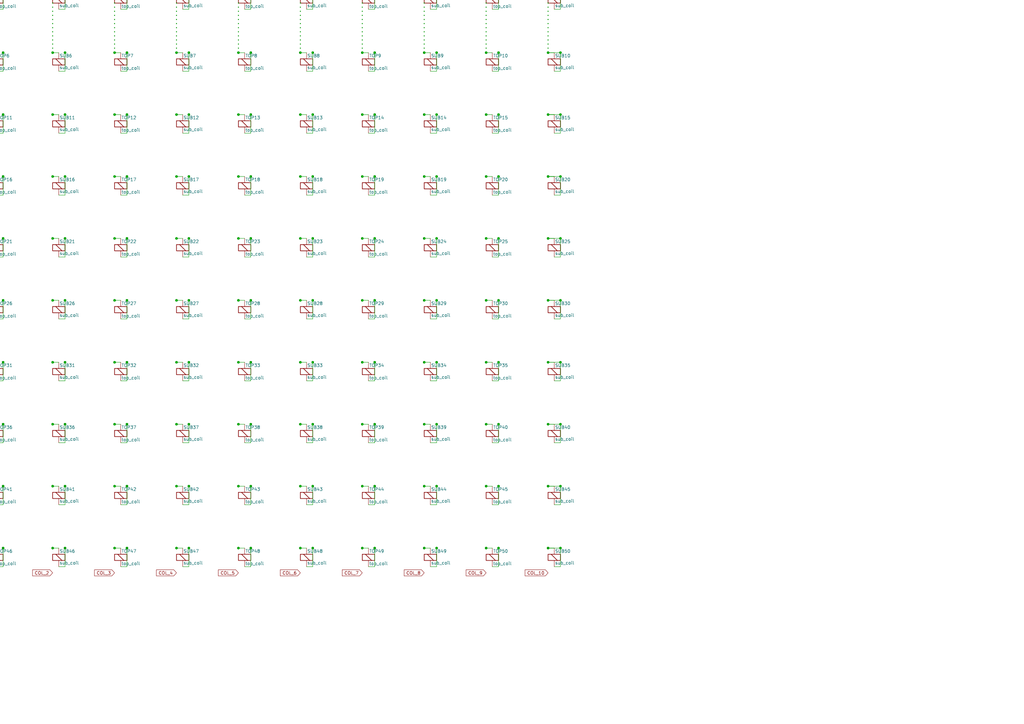
<source format=kicad_sch>
(kicad_sch (version 20231120) (generator "eeschema") (generator_version "8.0")
  (paper "A3")
  (symbol (lib_id "square_coils:sub_coil") (at -34.29 -16.51 0) (unit 1)
    (property "Reference" "SUB51" (at -34.036 -19.05 0) (effects (justify left)))
    (property "Value" "sub_coil" (at -34.036 -14.224 0) (effects (justify left)))
    (property "Footprint" "sub_coils:top_coil" (effects (hide yes)))
    (property "Description" "Electromagnetic actor" (effects (hide yes)))
  )
  (symbol (lib_id "square_coils:top_coil") (at -49.53 -16.51 0) (unit 1)
    (property "Reference" "TOP1" (at -49.276 -19.05 0) (effects (justify left)))
    (property "Value" "top_coil" (at -49.276 -13.97 0) (effects (justify left)))
    (property "Footprint" "sub_coils:top_coil" (effects (hide yes)))
    (property "Description" "Electromagnetic actor" (effects (hide yes)))
  )
  (symbol (lib_id "square_coils:top_coil") (at -1.27 0.0 0) (unit 1)
    (property "Reference" "TOP1" (at -1.016 -2.54 0) (effects (justify left)))
    (property "Value" "top_coil" (at -1.016 2.54 0) (effects (justify left)))
    (property "Footprint" "sub_coils:top_coil" (effects (hide yes)))
    (property "Description" "Electromagnetic actor" (effects (hide yes)))
  )
  (symbol (lib_id "square_coils:sub_coil") (at 24.13 0.0 0) (unit 1)
    (property "Reference" "SUB1" (at 24.384 -2.54 0) (effects (justify left)))
    (property "Value" "sub_coil" (at 24.384 2.286 0) (effects (justify left)))
    (property "Footprint" "sub_coils:top_coil" (effects (hide yes)))
    (property "Description" "Electromagnetic actor" (effects (hide yes)))
  )
  (symbol (lib_id "square_coils:top_coil") (at 49.53 0.0 0) (unit 1)
    (property "Reference" "TOP2" (at 49.784 -2.54 0) (effects (justify left)))
    (property "Value" "top_coil" (at 49.784 2.54 0) (effects (justify left)))
    (property "Footprint" "sub_coils:top_coil" (effects (hide yes)))
    (property "Description" "Electromagnetic actor" (effects (hide yes)))
  )
  (symbol (lib_id "square_coils:sub_coil") (at 74.93 0.0 0) (unit 1)
    (property "Reference" "SUB2" (at 75.184 -2.54 0) (effects (justify left)))
    (property "Value" "sub_coil" (at 75.184 2.286 0) (effects (justify left)))
    (property "Footprint" "sub_coils:top_coil" (effects (hide yes)))
    (property "Description" "Electromagnetic actor" (effects (hide yes)))
  )
  (symbol (lib_id "square_coils:top_coil") (at 100.33 0.0 0) (unit 1)
    (property "Reference" "TOP3" (at 100.584 -2.54 0) (effects (justify left)))
    (property "Value" "top_coil" (at 100.584 2.54 0) (effects (justify left)))
    (property "Footprint" "sub_coils:top_coil" (effects (hide yes)))
    (property "Description" "Electromagnetic actor" (effects (hide yes)))
  )
  (symbol (lib_id "square_coils:sub_coil") (at 125.73 0.0 0) (unit 1)
    (property "Reference" "SUB3" (at 125.984 -2.54 0) (effects (justify left)))
    (property "Value" "sub_coil" (at 125.984 2.286 0) (effects (justify left)))
    (property "Footprint" "sub_coils:top_coil" (effects (hide yes)))
    (property "Description" "Electromagnetic actor" (effects (hide yes)))
  )
  (symbol (lib_id "square_coils:top_coil") (at 151.13 0.0 0) (unit 1)
    (property "Reference" "TOP4" (at 151.384 -2.54 0) (effects (justify left)))
    (property "Value" "top_coil" (at 151.384 2.54 0) (effects (justify left)))
    (property "Footprint" "sub_coils:top_coil" (effects (hide yes)))
    (property "Description" "Electromagnetic actor" (effects (hide yes)))
  )
  (symbol (lib_id "square_coils:sub_coil") (at 176.53 0.0 0) (unit 1)
    (property "Reference" "SUB4" (at 176.784 -2.54 0) (effects (justify left)))
    (property "Value" "sub_coil" (at 176.784 2.286 0) (effects (justify left)))
    (property "Footprint" "sub_coils:top_coil" (effects (hide yes)))
    (property "Description" "Electromagnetic actor" (effects (hide yes)))
  )
  (symbol (lib_id "square_coils:top_coil") (at 201.93 0.0 0) (unit 1)
    (property "Reference" "TOP5" (at 202.184 -2.54 0) (effects (justify left)))
    (property "Value" "top_coil" (at 202.184 2.54 0) (effects (justify left)))
    (property "Footprint" "sub_coils:top_coil" (effects (hide yes)))
    (property "Description" "Electromagnetic actor" (effects (hide yes)))
  )
  (symbol (lib_id "square_coils:sub_coil") (at 227.33 0.0 0) (unit 1)
    (property "Reference" "SUB5" (at 227.584 -2.54 0) (effects (justify left)))
    (property "Value" "sub_coil" (at 227.584 2.286 0) (effects (justify left)))
    (property "Footprint" "sub_coils:top_coil" (effects (hide yes)))
    (property "Description" "Electromagnetic actor" (effects (hide yes)))
  )
  (symbol (lib_id "square_coils:top_coil") (at -1.27 25.4 0) (unit 1)
    (property "Reference" "TOP6" (at -1.016 22.86 0) (effects (justify left)))
    (property "Value" "top_coil" (at -1.016 27.94 0) (effects (justify left)))
    (property "Footprint" "sub_coils:top_coil" (effects (hide yes)))
    (property "Description" "Electromagnetic actor" (effects (hide yes)))
  )
  (symbol (lib_id "square_coils:sub_coil") (at 24.13 25.4 0) (unit 1)
    (property "Reference" "SUB6" (at 24.384 22.86 0) (effects (justify left)))
    (property "Value" "sub_coil" (at 24.384 27.686 0) (effects (justify left)))
    (property "Footprint" "sub_coils:top_coil" (effects (hide yes)))
    (property "Description" "Electromagnetic actor" (effects (hide yes)))
  )
  (symbol (lib_id "square_coils:top_coil") (at 49.53 25.4 0) (unit 1)
    (property "Reference" "TOP7" (at 49.784 22.86 0) (effects (justify left)))
    (property "Value" "top_coil" (at 49.784 27.94 0) (effects (justify left)))
    (property "Footprint" "sub_coils:top_coil" (effects (hide yes)))
    (property "Description" "Electromagnetic actor" (effects (hide yes)))
  )
  (symbol (lib_id "square_coils:sub_coil") (at 74.93 25.4 0) (unit 1)
    (property "Reference" "SUB7" (at 75.184 22.86 0) (effects (justify left)))
    (property "Value" "sub_coil" (at 75.184 27.686 0) (effects (justify left)))
    (property "Footprint" "sub_coils:top_coil" (effects (hide yes)))
    (property "Description" "Electromagnetic actor" (effects (hide yes)))
  )
  (symbol (lib_id "square_coils:top_coil") (at 100.33 25.4 0) (unit 1)
    (property "Reference" "TOP8" (at 100.584 22.86 0) (effects (justify left)))
    (property "Value" "top_coil" (at 100.584 27.94 0) (effects (justify left)))
    (property "Footprint" "sub_coils:top_coil" (effects (hide yes)))
    (property "Description" "Electromagnetic actor" (effects (hide yes)))
  )
  (symbol (lib_id "square_coils:sub_coil") (at 125.73 25.4 0) (unit 1)
    (property "Reference" "SUB8" (at 125.984 22.86 0) (effects (justify left)))
    (property "Value" "sub_coil" (at 125.984 27.686 0) (effects (justify left)))
    (property "Footprint" "sub_coils:top_coil" (effects (hide yes)))
    (property "Description" "Electromagnetic actor" (effects (hide yes)))
  )
  (symbol (lib_id "square_coils:top_coil") (at 151.13 25.4 0) (unit 1)
    (property "Reference" "TOP9" (at 151.384 22.86 0) (effects (justify left)))
    (property "Value" "top_coil" (at 151.384 27.94 0) (effects (justify left)))
    (property "Footprint" "sub_coils:top_coil" (effects (hide yes)))
    (property "Description" "Electromagnetic actor" (effects (hide yes)))
  )
  (symbol (lib_id "square_coils:sub_coil") (at 176.53 25.4 0) (unit 1)
    (property "Reference" "SUB9" (at 176.784 22.86 0) (effects (justify left)))
    (property "Value" "sub_coil" (at 176.784 27.686 0) (effects (justify left)))
    (property "Footprint" "sub_coils:top_coil" (effects (hide yes)))
    (property "Description" "Electromagnetic actor" (effects (hide yes)))
  )
  (symbol (lib_id "square_coils:top_coil") (at 201.93 25.4 0) (unit 1)
    (property "Reference" "TOP10" (at 202.184 22.86 0) (effects (justify left)))
    (property "Value" "top_coil" (at 202.184 27.94 0) (effects (justify left)))
    (property "Footprint" "sub_coils:top_coil" (effects (hide yes)))
    (property "Description" "Electromagnetic actor" (effects (hide yes)))
  )
  (symbol (lib_id "square_coils:sub_coil") (at 227.33 25.4 0) (unit 1)
    (property "Reference" "SUB10" (at 227.584 22.86 0) (effects (justify left)))
    (property "Value" "sub_coil" (at 227.584 27.686 0) (effects (justify left)))
    (property "Footprint" "sub_coils:top_coil" (effects (hide yes)))
    (property "Description" "Electromagnetic actor" (effects (hide yes)))
  )
  (symbol (lib_id "square_coils:top_coil") (at -1.27 50.8 0) (unit 1)
    (property "Reference" "TOP11" (at -1.016 48.26 0) (effects (justify left)))
    (property "Value" "top_coil" (at -1.016 53.34 0) (effects (justify left)))
    (property "Footprint" "sub_coils:top_coil" (effects (hide yes)))
    (property "Description" "Electromagnetic actor" (effects (hide yes)))
  )
  (symbol (lib_id "square_coils:sub_coil") (at 24.13 50.8 0) (unit 1)
    (property "Reference" "SUB11" (at 24.384 48.26 0) (effects (justify left)))
    (property "Value" "sub_coil" (at 24.384 53.086 0) (effects (justify left)))
    (property "Footprint" "sub_coils:top_coil" (effects (hide yes)))
    (property "Description" "Electromagnetic actor" (effects (hide yes)))
  )
  (symbol (lib_id "square_coils:top_coil") (at 49.53 50.8 0) (unit 1)
    (property "Reference" "TOP12" (at 49.784 48.26 0) (effects (justify left)))
    (property "Value" "top_coil" (at 49.784 53.34 0) (effects (justify left)))
    (property "Footprint" "sub_coils:top_coil" (effects (hide yes)))
    (property "Description" "Electromagnetic actor" (effects (hide yes)))
  )
  (symbol (lib_id "square_coils:sub_coil") (at 74.93 50.8 0) (unit 1)
    (property "Reference" "SUB12" (at 75.184 48.26 0) (effects (justify left)))
    (property "Value" "sub_coil" (at 75.184 53.086 0) (effects (justify left)))
    (property "Footprint" "sub_coils:top_coil" (effects (hide yes)))
    (property "Description" "Electromagnetic actor" (effects (hide yes)))
  )
  (symbol (lib_id "square_coils:top_coil") (at 100.33 50.8 0) (unit 1)
    (property "Reference" "TOP13" (at 100.584 48.26 0) (effects (justify left)))
    (property "Value" "top_coil" (at 100.584 53.34 0) (effects (justify left)))
    (property "Footprint" "sub_coils:top_coil" (effects (hide yes)))
    (property "Description" "Electromagnetic actor" (effects (hide yes)))
  )
  (symbol (lib_id "square_coils:sub_coil") (at 125.73 50.8 0) (unit 1)
    (property "Reference" "SUB13" (at 125.984 48.26 0) (effects (justify left)))
    (property "Value" "sub_coil" (at 125.984 53.086 0) (effects (justify left)))
    (property "Footprint" "sub_coils:top_coil" (effects (hide yes)))
    (property "Description" "Electromagnetic actor" (effects (hide yes)))
  )
  (symbol (lib_id "square_coils:top_coil") (at 151.13 50.8 0) (unit 1)
    (property "Reference" "TOP14" (at 151.384 48.26 0) (effects (justify left)))
    (property "Value" "top_coil" (at 151.384 53.34 0) (effects (justify left)))
    (property "Footprint" "sub_coils:top_coil" (effects (hide yes)))
    (property "Description" "Electromagnetic actor" (effects (hide yes)))
  )
  (symbol (lib_id "square_coils:sub_coil") (at 176.53 50.8 0) (unit 1)
    (property "Reference" "SUB14" (at 176.784 48.26 0) (effects (justify left)))
    (property "Value" "sub_coil" (at 176.784 53.086 0) (effects (justify left)))
    (property "Footprint" "sub_coils:top_coil" (effects (hide yes)))
    (property "Description" "Electromagnetic actor" (effects (hide yes)))
  )
  (symbol (lib_id "square_coils:top_coil") (at 201.93 50.8 0) (unit 1)
    (property "Reference" "TOP15" (at 202.184 48.26 0) (effects (justify left)))
    (property "Value" "top_coil" (at 202.184 53.34 0) (effects (justify left)))
    (property "Footprint" "sub_coils:top_coil" (effects (hide yes)))
    (property "Description" "Electromagnetic actor" (effects (hide yes)))
  )
  (symbol (lib_id "square_coils:sub_coil") (at 227.33 50.8 0) (unit 1)
    (property "Reference" "SUB15" (at 227.584 48.26 0) (effects (justify left)))
    (property "Value" "sub_coil" (at 227.584 53.086 0) (effects (justify left)))
    (property "Footprint" "sub_coils:top_coil" (effects (hide yes)))
    (property "Description" "Electromagnetic actor" (effects (hide yes)))
  )
  (symbol (lib_id "square_coils:top_coil") (at -1.27 76.2 0) (unit 1)
    (property "Reference" "TOP16" (at -1.016 73.66 0) (effects (justify left)))
    (property "Value" "top_coil" (at -1.016 78.74 0) (effects (justify left)))
    (property "Footprint" "sub_coils:top_coil" (effects (hide yes)))
    (property "Description" "Electromagnetic actor" (effects (hide yes)))
  )
  (symbol (lib_id "square_coils:sub_coil") (at 24.13 76.2 0) (unit 1)
    (property "Reference" "SUB16" (at 24.384 73.66 0) (effects (justify left)))
    (property "Value" "sub_coil" (at 24.384 78.486 0) (effects (justify left)))
    (property "Footprint" "sub_coils:top_coil" (effects (hide yes)))
    (property "Description" "Electromagnetic actor" (effects (hide yes)))
  )
  (symbol (lib_id "square_coils:top_coil") (at 49.53 76.2 0) (unit 1)
    (property "Reference" "TOP17" (at 49.784 73.66 0) (effects (justify left)))
    (property "Value" "top_coil" (at 49.784 78.74 0) (effects (justify left)))
    (property "Footprint" "sub_coils:top_coil" (effects (hide yes)))
    (property "Description" "Electromagnetic actor" (effects (hide yes)))
  )
  (symbol (lib_id "square_coils:sub_coil") (at 74.93 76.2 0) (unit 1)
    (property "Reference" "SUB17" (at 75.184 73.66 0) (effects (justify left)))
    (property "Value" "sub_coil" (at 75.184 78.486 0) (effects (justify left)))
    (property "Footprint" "sub_coils:top_coil" (effects (hide yes)))
    (property "Description" "Electromagnetic actor" (effects (hide yes)))
  )
  (symbol (lib_id "square_coils:top_coil") (at 100.33 76.2 0) (unit 1)
    (property "Reference" "TOP18" (at 100.584 73.66 0) (effects (justify left)))
    (property "Value" "top_coil" (at 100.584 78.74 0) (effects (justify left)))
    (property "Footprint" "sub_coils:top_coil" (effects (hide yes)))
    (property "Description" "Electromagnetic actor" (effects (hide yes)))
  )
  (symbol (lib_id "square_coils:sub_coil") (at 125.73 76.2 0) (unit 1)
    (property "Reference" "SUB18" (at 125.984 73.66 0) (effects (justify left)))
    (property "Value" "sub_coil" (at 125.984 78.486 0) (effects (justify left)))
    (property "Footprint" "sub_coils:top_coil" (effects (hide yes)))
    (property "Description" "Electromagnetic actor" (effects (hide yes)))
  )
  (symbol (lib_id "square_coils:top_coil") (at 151.13 76.2 0) (unit 1)
    (property "Reference" "TOP19" (at 151.384 73.66 0) (effects (justify left)))
    (property "Value" "top_coil" (at 151.384 78.74 0) (effects (justify left)))
    (property "Footprint" "sub_coils:top_coil" (effects (hide yes)))
    (property "Description" "Electromagnetic actor" (effects (hide yes)))
  )
  (symbol (lib_id "square_coils:sub_coil") (at 176.53 76.2 0) (unit 1)
    (property "Reference" "SUB19" (at 176.784 73.66 0) (effects (justify left)))
    (property "Value" "sub_coil" (at 176.784 78.486 0) (effects (justify left)))
    (property "Footprint" "sub_coils:top_coil" (effects (hide yes)))
    (property "Description" "Electromagnetic actor" (effects (hide yes)))
  )
  (symbol (lib_id "square_coils:top_coil") (at 201.93 76.2 0) (unit 1)
    (property "Reference" "TOP20" (at 202.184 73.66 0) (effects (justify left)))
    (property "Value" "top_coil" (at 202.184 78.74 0) (effects (justify left)))
    (property "Footprint" "sub_coils:top_coil" (effects (hide yes)))
    (property "Description" "Electromagnetic actor" (effects (hide yes)))
  )
  (symbol (lib_id "square_coils:sub_coil") (at 227.33 76.2 0) (unit 1)
    (property "Reference" "SUB20" (at 227.584 73.66 0) (effects (justify left)))
    (property "Value" "sub_coil" (at 227.584 78.486 0) (effects (justify left)))
    (property "Footprint" "sub_coils:top_coil" (effects (hide yes)))
    (property "Description" "Electromagnetic actor" (effects (hide yes)))
  )
  (symbol (lib_id "square_coils:top_coil") (at -1.27 101.6 0) (unit 1)
    (property "Reference" "TOP21" (at -1.016 99.06 0) (effects (justify left)))
    (property "Value" "top_coil" (at -1.016 104.14 0) (effects (justify left)))
    (property "Footprint" "sub_coils:top_coil" (effects (hide yes)))
    (property "Description" "Electromagnetic actor" (effects (hide yes)))
  )
  (symbol (lib_id "square_coils:sub_coil") (at 24.13 101.6 0) (unit 1)
    (property "Reference" "SUB21" (at 24.384 99.06 0) (effects (justify left)))
    (property "Value" "sub_coil" (at 24.384 103.886 0) (effects (justify left)))
    (property "Footprint" "sub_coils:top_coil" (effects (hide yes)))
    (property "Description" "Electromagnetic actor" (effects (hide yes)))
  )
  (symbol (lib_id "square_coils:top_coil") (at 49.53 101.6 0) (unit 1)
    (property "Reference" "TOP22" (at 49.784 99.06 0) (effects (justify left)))
    (property "Value" "top_coil" (at 49.784 104.14 0) (effects (justify left)))
    (property "Footprint" "sub_coils:top_coil" (effects (hide yes)))
    (property "Description" "Electromagnetic actor" (effects (hide yes)))
  )
  (symbol (lib_id "square_coils:sub_coil") (at 74.93 101.6 0) (unit 1)
    (property "Reference" "SUB22" (at 75.184 99.06 0) (effects (justify left)))
    (property "Value" "sub_coil" (at 75.184 103.886 0) (effects (justify left)))
    (property "Footprint" "sub_coils:top_coil" (effects (hide yes)))
    (property "Description" "Electromagnetic actor" (effects (hide yes)))
  )
  (symbol (lib_id "square_coils:top_coil") (at 100.33 101.6 0) (unit 1)
    (property "Reference" "TOP23" (at 100.584 99.06 0) (effects (justify left)))
    (property "Value" "top_coil" (at 100.584 104.14 0) (effects (justify left)))
    (property "Footprint" "sub_coils:top_coil" (effects (hide yes)))
    (property "Description" "Electromagnetic actor" (effects (hide yes)))
  )
  (symbol (lib_id "square_coils:sub_coil") (at 125.73 101.6 0) (unit 1)
    (property "Reference" "SUB23" (at 125.984 99.06 0) (effects (justify left)))
    (property "Value" "sub_coil" (at 125.984 103.886 0) (effects (justify left)))
    (property "Footprint" "sub_coils:top_coil" (effects (hide yes)))
    (property "Description" "Electromagnetic actor" (effects (hide yes)))
  )
  (symbol (lib_id "square_coils:top_coil") (at 151.13 101.6 0) (unit 1)
    (property "Reference" "TOP24" (at 151.384 99.06 0) (effects (justify left)))
    (property "Value" "top_coil" (at 151.384 104.14 0) (effects (justify left)))
    (property "Footprint" "sub_coils:top_coil" (effects (hide yes)))
    (property "Description" "Electromagnetic actor" (effects (hide yes)))
  )
  (symbol (lib_id "square_coils:sub_coil") (at 176.53 101.6 0) (unit 1)
    (property "Reference" "SUB24" (at 176.784 99.06 0) (effects (justify left)))
    (property "Value" "sub_coil" (at 176.784 103.886 0) (effects (justify left)))
    (property "Footprint" "sub_coils:top_coil" (effects (hide yes)))
    (property "Description" "Electromagnetic actor" (effects (hide yes)))
  )
  (symbol (lib_id "square_coils:top_coil") (at 201.93 101.6 0) (unit 1)
    (property "Reference" "TOP25" (at 202.184 99.06 0) (effects (justify left)))
    (property "Value" "top_coil" (at 202.184 104.14 0) (effects (justify left)))
    (property "Footprint" "sub_coils:top_coil" (effects (hide yes)))
    (property "Description" "Electromagnetic actor" (effects (hide yes)))
  )
  (symbol (lib_id "square_coils:sub_coil") (at 227.33 101.6 0) (unit 1)
    (property "Reference" "SUB25" (at 227.584 99.06 0) (effects (justify left)))
    (property "Value" "sub_coil" (at 227.584 103.886 0) (effects (justify left)))
    (property "Footprint" "sub_coils:top_coil" (effects (hide yes)))
    (property "Description" "Electromagnetic actor" (effects (hide yes)))
  )
  (symbol (lib_id "square_coils:top_coil") (at -1.27 127.0 0) (unit 1)
    (property "Reference" "TOP26" (at -1.016 124.46 0) (effects (justify left)))
    (property "Value" "top_coil" (at -1.016 129.54 0) (effects (justify left)))
    (property "Footprint" "sub_coils:top_coil" (effects (hide yes)))
    (property "Description" "Electromagnetic actor" (effects (hide yes)))
  )
  (symbol (lib_id "square_coils:sub_coil") (at 24.13 127.0 0) (unit 1)
    (property "Reference" "SUB26" (at 24.384 124.46 0) (effects (justify left)))
    (property "Value" "sub_coil" (at 24.384 129.286 0) (effects (justify left)))
    (property "Footprint" "sub_coils:top_coil" (effects (hide yes)))
    (property "Description" "Electromagnetic actor" (effects (hide yes)))
  )
  (symbol (lib_id "square_coils:top_coil") (at 49.53 127.0 0) (unit 1)
    (property "Reference" "TOP27" (at 49.784 124.46 0) (effects (justify left)))
    (property "Value" "top_coil" (at 49.784 129.54 0) (effects (justify left)))
    (property "Footprint" "sub_coils:top_coil" (effects (hide yes)))
    (property "Description" "Electromagnetic actor" (effects (hide yes)))
  )
  (symbol (lib_id "square_coils:sub_coil") (at 74.93 127.0 0) (unit 1)
    (property "Reference" "SUB27" (at 75.184 124.46 0) (effects (justify left)))
    (property "Value" "sub_coil" (at 75.184 129.286 0) (effects (justify left)))
    (property "Footprint" "sub_coils:top_coil" (effects (hide yes)))
    (property "Description" "Electromagnetic actor" (effects (hide yes)))
  )
  (symbol (lib_id "square_coils:top_coil") (at 100.33 127.0 0) (unit 1)
    (property "Reference" "TOP28" (at 100.584 124.46 0) (effects (justify left)))
    (property "Value" "top_coil" (at 100.584 129.54 0) (effects (justify left)))
    (property "Footprint" "sub_coils:top_coil" (effects (hide yes)))
    (property "Description" "Electromagnetic actor" (effects (hide yes)))
  )
  (symbol (lib_id "square_coils:sub_coil") (at 125.73 127.0 0) (unit 1)
    (property "Reference" "SUB28" (at 125.984 124.46 0) (effects (justify left)))
    (property "Value" "sub_coil" (at 125.984 129.286 0) (effects (justify left)))
    (property "Footprint" "sub_coils:top_coil" (effects (hide yes)))
    (property "Description" "Electromagnetic actor" (effects (hide yes)))
  )
  (symbol (lib_id "square_coils:top_coil") (at 151.13 127.0 0) (unit 1)
    (property "Reference" "TOP29" (at 151.384 124.46 0) (effects (justify left)))
    (property "Value" "top_coil" (at 151.384 129.54 0) (effects (justify left)))
    (property "Footprint" "sub_coils:top_coil" (effects (hide yes)))
    (property "Description" "Electromagnetic actor" (effects (hide yes)))
  )
  (symbol (lib_id "square_coils:sub_coil") (at 176.53 127.0 0) (unit 1)
    (property "Reference" "SUB29" (at 176.784 124.46 0) (effects (justify left)))
    (property "Value" "sub_coil" (at 176.784 129.286 0) (effects (justify left)))
    (property "Footprint" "sub_coils:top_coil" (effects (hide yes)))
    (property "Description" "Electromagnetic actor" (effects (hide yes)))
  )
  (symbol (lib_id "square_coils:top_coil") (at 201.93 127.0 0) (unit 1)
    (property "Reference" "TOP30" (at 202.184 124.46 0) (effects (justify left)))
    (property "Value" "top_coil" (at 202.184 129.54 0) (effects (justify left)))
    (property "Footprint" "sub_coils:top_coil" (effects (hide yes)))
    (property "Description" "Electromagnetic actor" (effects (hide yes)))
  )
  (symbol (lib_id "square_coils:sub_coil") (at 227.33 127.0 0) (unit 1)
    (property "Reference" "SUB30" (at 227.584 124.46 0) (effects (justify left)))
    (property "Value" "sub_coil" (at 227.584 129.286 0) (effects (justify left)))
    (property "Footprint" "sub_coils:top_coil" (effects (hide yes)))
    (property "Description" "Electromagnetic actor" (effects (hide yes)))
  )
  (symbol (lib_id "square_coils:top_coil") (at -1.27 152.4 0) (unit 1)
    (property "Reference" "TOP31" (at -1.016 149.86 0) (effects (justify left)))
    (property "Value" "top_coil" (at -1.016 154.94 0) (effects (justify left)))
    (property "Footprint" "sub_coils:top_coil" (effects (hide yes)))
    (property "Description" "Electromagnetic actor" (effects (hide yes)))
  )
  (symbol (lib_id "square_coils:sub_coil") (at 24.13 152.4 0) (unit 1)
    (property "Reference" "SUB31" (at 24.384 149.86 0) (effects (justify left)))
    (property "Value" "sub_coil" (at 24.384 154.686 0) (effects (justify left)))
    (property "Footprint" "sub_coils:top_coil" (effects (hide yes)))
    (property "Description" "Electromagnetic actor" (effects (hide yes)))
  )
  (symbol (lib_id "square_coils:top_coil") (at 49.53 152.4 0) (unit 1)
    (property "Reference" "TOP32" (at 49.784 149.86 0) (effects (justify left)))
    (property "Value" "top_coil" (at 49.784 154.94 0) (effects (justify left)))
    (property "Footprint" "sub_coils:top_coil" (effects (hide yes)))
    (property "Description" "Electromagnetic actor" (effects (hide yes)))
  )
  (symbol (lib_id "square_coils:sub_coil") (at 74.93 152.4 0) (unit 1)
    (property "Reference" "SUB32" (at 75.184 149.86 0) (effects (justify left)))
    (property "Value" "sub_coil" (at 75.184 154.686 0) (effects (justify left)))
    (property "Footprint" "sub_coils:top_coil" (effects (hide yes)))
    (property "Description" "Electromagnetic actor" (effects (hide yes)))
  )
  (symbol (lib_id "square_coils:top_coil") (at 100.33 152.4 0) (unit 1)
    (property "Reference" "TOP33" (at 100.584 149.86 0) (effects (justify left)))
    (property "Value" "top_coil" (at 100.584 154.94 0) (effects (justify left)))
    (property "Footprint" "sub_coils:top_coil" (effects (hide yes)))
    (property "Description" "Electromagnetic actor" (effects (hide yes)))
  )
  (symbol (lib_id "square_coils:sub_coil") (at 125.73 152.4 0) (unit 1)
    (property "Reference" "SUB33" (at 125.984 149.86 0) (effects (justify left)))
    (property "Value" "sub_coil" (at 125.984 154.686 0) (effects (justify left)))
    (property "Footprint" "sub_coils:top_coil" (effects (hide yes)))
    (property "Description" "Electromagnetic actor" (effects (hide yes)))
  )
  (symbol (lib_id "square_coils:top_coil") (at 151.13 152.4 0) (unit 1)
    (property "Reference" "TOP34" (at 151.384 149.86 0) (effects (justify left)))
    (property "Value" "top_coil" (at 151.384 154.94 0) (effects (justify left)))
    (property "Footprint" "sub_coils:top_coil" (effects (hide yes)))
    (property "Description" "Electromagnetic actor" (effects (hide yes)))
  )
  (symbol (lib_id "square_coils:sub_coil") (at 176.53 152.4 0) (unit 1)
    (property "Reference" "SUB34" (at 176.784 149.86 0) (effects (justify left)))
    (property "Value" "sub_coil" (at 176.784 154.686 0) (effects (justify left)))
    (property "Footprint" "sub_coils:top_coil" (effects (hide yes)))
    (property "Description" "Electromagnetic actor" (effects (hide yes)))
  )
  (symbol (lib_id "square_coils:top_coil") (at 201.93 152.4 0) (unit 1)
    (property "Reference" "TOP35" (at 202.184 149.86 0) (effects (justify left)))
    (property "Value" "top_coil" (at 202.184 154.94 0) (effects (justify left)))
    (property "Footprint" "sub_coils:top_coil" (effects (hide yes)))
    (property "Description" "Electromagnetic actor" (effects (hide yes)))
  )
  (symbol (lib_id "square_coils:sub_coil") (at 227.33 152.4 0) (unit 1)
    (property "Reference" "SUB35" (at 227.584 149.86 0) (effects (justify left)))
    (property "Value" "sub_coil" (at 227.584 154.686 0) (effects (justify left)))
    (property "Footprint" "sub_coils:top_coil" (effects (hide yes)))
    (property "Description" "Electromagnetic actor" (effects (hide yes)))
  )
  (symbol (lib_id "square_coils:top_coil") (at -1.27 177.8 0) (unit 1)
    (property "Reference" "TOP36" (at -1.016 175.26 0) (effects (justify left)))
    (property "Value" "top_coil" (at -1.016 180.34 0) (effects (justify left)))
    (property "Footprint" "sub_coils:top_coil" (effects (hide yes)))
    (property "Description" "Electromagnetic actor" (effects (hide yes)))
  )
  (symbol (lib_id "square_coils:sub_coil") (at 24.13 177.8 0) (unit 1)
    (property "Reference" "SUB36" (at 24.384 175.26 0) (effects (justify left)))
    (property "Value" "sub_coil" (at 24.384 180.086 0) (effects (justify left)))
    (property "Footprint" "sub_coils:top_coil" (effects (hide yes)))
    (property "Description" "Electromagnetic actor" (effects (hide yes)))
  )
  (symbol (lib_id "square_coils:top_coil") (at 49.53 177.8 0) (unit 1)
    (property "Reference" "TOP37" (at 49.784 175.26 0) (effects (justify left)))
    (property "Value" "top_coil" (at 49.784 180.34 0) (effects (justify left)))
    (property "Footprint" "sub_coils:top_coil" (effects (hide yes)))
    (property "Description" "Electromagnetic actor" (effects (hide yes)))
  )
  (symbol (lib_id "square_coils:sub_coil") (at 74.93 177.8 0) (unit 1)
    (property "Reference" "SUB37" (at 75.184 175.26 0) (effects (justify left)))
    (property "Value" "sub_coil" (at 75.184 180.086 0) (effects (justify left)))
    (property "Footprint" "sub_coils:top_coil" (effects (hide yes)))
    (property "Description" "Electromagnetic actor" (effects (hide yes)))
  )
  (symbol (lib_id "square_coils:top_coil") (at 100.33 177.8 0) (unit 1)
    (property "Reference" "TOP38" (at 100.584 175.26 0) (effects (justify left)))
    (property "Value" "top_coil" (at 100.584 180.34 0) (effects (justify left)))
    (property "Footprint" "sub_coils:top_coil" (effects (hide yes)))
    (property "Description" "Electromagnetic actor" (effects (hide yes)))
  )
  (symbol (lib_id "square_coils:sub_coil") (at 125.73 177.8 0) (unit 1)
    (property "Reference" "SUB38" (at 125.984 175.26 0) (effects (justify left)))
    (property "Value" "sub_coil" (at 125.984 180.086 0) (effects (justify left)))
    (property "Footprint" "sub_coils:top_coil" (effects (hide yes)))
    (property "Description" "Electromagnetic actor" (effects (hide yes)))
  )
  (symbol (lib_id "square_coils:top_coil") (at 151.13 177.8 0) (unit 1)
    (property "Reference" "TOP39" (at 151.384 175.26 0) (effects (justify left)))
    (property "Value" "top_coil" (at 151.384 180.34 0) (effects (justify left)))
    (property "Footprint" "sub_coils:top_coil" (effects (hide yes)))
    (property "Description" "Electromagnetic actor" (effects (hide yes)))
  )
  (symbol (lib_id "square_coils:sub_coil") (at 176.53 177.8 0) (unit 1)
    (property "Reference" "SUB39" (at 176.784 175.26 0) (effects (justify left)))
    (property "Value" "sub_coil" (at 176.784 180.086 0) (effects (justify left)))
    (property "Footprint" "sub_coils:top_coil" (effects (hide yes)))
    (property "Description" "Electromagnetic actor" (effects (hide yes)))
  )
  (symbol (lib_id "square_coils:top_coil") (at 201.93 177.8 0) (unit 1)
    (property "Reference" "TOP40" (at 202.184 175.26 0) (effects (justify left)))
    (property "Value" "top_coil" (at 202.184 180.34 0) (effects (justify left)))
    (property "Footprint" "sub_coils:top_coil" (effects (hide yes)))
    (property "Description" "Electromagnetic actor" (effects (hide yes)))
  )
  (symbol (lib_id "square_coils:sub_coil") (at 227.33 177.8 0) (unit 1)
    (property "Reference" "SUB40" (at 227.584 175.26 0) (effects (justify left)))
    (property "Value" "sub_coil" (at 227.584 180.086 0) (effects (justify left)))
    (property "Footprint" "sub_coils:top_coil" (effects (hide yes)))
    (property "Description" "Electromagnetic actor" (effects (hide yes)))
  )
  (symbol (lib_id "square_coils:top_coil") (at -1.27 203.2 0) (unit 1)
    (property "Reference" "TOP41" (at -1.016 200.66 0) (effects (justify left)))
    (property "Value" "top_coil" (at -1.016 205.74 0) (effects (justify left)))
    (property "Footprint" "sub_coils:top_coil" (effects (hide yes)))
    (property "Description" "Electromagnetic actor" (effects (hide yes)))
  )
  (symbol (lib_id "square_coils:sub_coil") (at 24.13 203.2 0) (unit 1)
    (property "Reference" "SUB41" (at 24.384 200.66 0) (effects (justify left)))
    (property "Value" "sub_coil" (at 24.384 205.486 0) (effects (justify left)))
    (property "Footprint" "sub_coils:top_coil" (effects (hide yes)))
    (property "Description" "Electromagnetic actor" (effects (hide yes)))
  )
  (symbol (lib_id "square_coils:top_coil") (at 49.53 203.2 0) (unit 1)
    (property "Reference" "TOP42" (at 49.784 200.66 0) (effects (justify left)))
    (property "Value" "top_coil" (at 49.784 205.74 0) (effects (justify left)))
    (property "Footprint" "sub_coils:top_coil" (effects (hide yes)))
    (property "Description" "Electromagnetic actor" (effects (hide yes)))
  )
  (symbol (lib_id "square_coils:sub_coil") (at 74.93 203.2 0) (unit 1)
    (property "Reference" "SUB42" (at 75.184 200.66 0) (effects (justify left)))
    (property "Value" "sub_coil" (at 75.184 205.486 0) (effects (justify left)))
    (property "Footprint" "sub_coils:top_coil" (effects (hide yes)))
    (property "Description" "Electromagnetic actor" (effects (hide yes)))
  )
  (symbol (lib_id "square_coils:top_coil") (at 100.33 203.2 0) (unit 1)
    (property "Reference" "TOP43" (at 100.584 200.66 0) (effects (justify left)))
    (property "Value" "top_coil" (at 100.584 205.74 0) (effects (justify left)))
    (property "Footprint" "sub_coils:top_coil" (effects (hide yes)))
    (property "Description" "Electromagnetic actor" (effects (hide yes)))
  )
  (symbol (lib_id "square_coils:sub_coil") (at 125.73 203.2 0) (unit 1)
    (property "Reference" "SUB43" (at 125.984 200.66 0) (effects (justify left)))
    (property "Value" "sub_coil" (at 125.984 205.486 0) (effects (justify left)))
    (property "Footprint" "sub_coils:top_coil" (effects (hide yes)))
    (property "Description" "Electromagnetic actor" (effects (hide yes)))
  )
  (symbol (lib_id "square_coils:top_coil") (at 151.13 203.2 0) (unit 1)
    (property "Reference" "TOP44" (at 151.384 200.66 0) (effects (justify left)))
    (property "Value" "top_coil" (at 151.384 205.74 0) (effects (justify left)))
    (property "Footprint" "sub_coils:top_coil" (effects (hide yes)))
    (property "Description" "Electromagnetic actor" (effects (hide yes)))
  )
  (symbol (lib_id "square_coils:sub_coil") (at 176.53 203.2 0) (unit 1)
    (property "Reference" "SUB44" (at 176.784 200.66 0) (effects (justify left)))
    (property "Value" "sub_coil" (at 176.784 205.486 0) (effects (justify left)))
    (property "Footprint" "sub_coils:top_coil" (effects (hide yes)))
    (property "Description" "Electromagnetic actor" (effects (hide yes)))
  )
  (symbol (lib_id "square_coils:top_coil") (at 201.93 203.2 0) (unit 1)
    (property "Reference" "TOP45" (at 202.184 200.66 0) (effects (justify left)))
    (property "Value" "top_coil" (at 202.184 205.74 0) (effects (justify left)))
    (property "Footprint" "sub_coils:top_coil" (effects (hide yes)))
    (property "Description" "Electromagnetic actor" (effects (hide yes)))
  )
  (symbol (lib_id "square_coils:sub_coil") (at 227.33 203.2 0) (unit 1)
    (property "Reference" "SUB45" (at 227.584 200.66 0) (effects (justify left)))
    (property "Value" "sub_coil" (at 227.584 205.486 0) (effects (justify left)))
    (property "Footprint" "sub_coils:top_coil" (effects (hide yes)))
    (property "Description" "Electromagnetic actor" (effects (hide yes)))
  )
  (symbol (lib_id "square_coils:top_coil") (at -1.27 228.6 0) (unit 1)
    (property "Reference" "TOP46" (at -1.016 226.06 0) (effects (justify left)))
    (property "Value" "top_coil" (at -1.016 231.14 0) (effects (justify left)))
    (property "Footprint" "sub_coils:top_coil" (effects (hide yes)))
    (property "Description" "Electromagnetic actor" (effects (hide yes)))
  )
  (symbol (lib_id "square_coils:sub_coil") (at 24.13 228.6 0) (unit 1)
    (property "Reference" "SUB46" (at 24.384 226.06 0) (effects (justify left)))
    (property "Value" "sub_coil" (at 24.384 230.886 0) (effects (justify left)))
    (property "Footprint" "sub_coils:top_coil" (effects (hide yes)))
    (property "Description" "Electromagnetic actor" (effects (hide yes)))
  )
  (symbol (lib_id "square_coils:top_coil") (at 49.53 228.6 0) (unit 1)
    (property "Reference" "TOP47" (at 49.784 226.06 0) (effects (justify left)))
    (property "Value" "top_coil" (at 49.784 231.14 0) (effects (justify left)))
    (property "Footprint" "sub_coils:top_coil" (effects (hide yes)))
    (property "Description" "Electromagnetic actor" (effects (hide yes)))
  )
  (symbol (lib_id "square_coils:sub_coil") (at 74.93 228.6 0) (unit 1)
    (property "Reference" "SUB47" (at 75.184 226.06 0) (effects (justify left)))
    (property "Value" "sub_coil" (at 75.184 230.886 0) (effects (justify left)))
    (property "Footprint" "sub_coils:top_coil" (effects (hide yes)))
    (property "Description" "Electromagnetic actor" (effects (hide yes)))
  )
  (symbol (lib_id "square_coils:top_coil") (at 100.33 228.6 0) (unit 1)
    (property "Reference" "TOP48" (at 100.584 226.06 0) (effects (justify left)))
    (property "Value" "top_coil" (at 100.584 231.14 0) (effects (justify left)))
    (property "Footprint" "sub_coils:top_coil" (effects (hide yes)))
    (property "Description" "Electromagnetic actor" (effects (hide yes)))
  )
  (symbol (lib_id "square_coils:sub_coil") (at 125.73 228.6 0) (unit 1)
    (property "Reference" "SUB48" (at 125.984 226.06 0) (effects (justify left)))
    (property "Value" "sub_coil" (at 125.984 230.886 0) (effects (justify left)))
    (property "Footprint" "sub_coils:top_coil" (effects (hide yes)))
    (property "Description" "Electromagnetic actor" (effects (hide yes)))
  )
  (symbol (lib_id "square_coils:top_coil") (at 151.13 228.6 0) (unit 1)
    (property "Reference" "TOP49" (at 151.384 226.06 0) (effects (justify left)))
    (property "Value" "top_coil" (at 151.384 231.14 0) (effects (justify left)))
    (property "Footprint" "sub_coils:top_coil" (effects (hide yes)))
    (property "Description" "Electromagnetic actor" (effects (hide yes)))
  )
  (symbol (lib_id "square_coils:sub_coil") (at 176.53 228.6 0) (unit 1)
    (property "Reference" "SUB49" (at 176.784 226.06 0) (effects (justify left)))
    (property "Value" "sub_coil" (at 176.784 230.886 0) (effects (justify left)))
    (property "Footprint" "sub_coils:top_coil" (effects (hide yes)))
    (property "Description" "Electromagnetic actor" (effects (hide yes)))
  )
  (symbol (lib_id "square_coils:top_coil") (at 201.93 228.6 0) (unit 1)
    (property "Reference" "TOP50" (at 202.184 226.06 0) (effects (justify left)))
    (property "Value" "top_coil" (at 202.184 231.14 0) (effects (justify left)))
    (property "Footprint" "sub_coils:top_coil" (effects (hide yes)))
    (property "Description" "Electromagnetic actor" (effects (hide yes)))
  )
  (symbol (lib_id "square_coils:sub_coil") (at 227.33 228.6 0) (unit 1)
    (property "Reference" "SUB50" (at 227.584 226.06 0) (effects (justify left)))
    (property "Value" "sub_coil" (at 227.584 230.886 0) (effects (justify left)))
    (property "Footprint" "sub_coils:top_coil" (effects (hide yes)))
    (property "Description" "Electromagnetic actor" (effects (hide yes)))
  )
  (wire (pts (xy -1.27 -3.81) (xy -3.81 -3.81)))
  (wire (pts (xy -1.27 3.81) (xy 1.27 3.81)))
  (wire (pts (xy 1.27 3.81) (xy 1.27 -3.81)))
  (wire (pts (xy 24.13 -3.81) (xy 21.59 -3.81)))
  (wire (pts (xy 24.13 3.81) (xy 26.67 3.81)))
  (wire (pts (xy 26.67 3.81) (xy 26.67 -3.81)))
  (wire (pts (xy 49.53 -3.81) (xy 46.99 -3.81)))
  (wire (pts (xy 49.53 3.81) (xy 52.07 3.81)))
  (wire (pts (xy 52.07 3.81) (xy 52.07 -3.81)))
  (wire (pts (xy 74.93 -3.81) (xy 72.39 -3.81)))
  (wire (pts (xy 74.93 3.81) (xy 77.47 3.81)))
  (wire (pts (xy 77.47 3.81) (xy 77.47 -3.81)))
  (wire (pts (xy 100.33 -3.81) (xy 97.79 -3.81)))
  (wire (pts (xy 100.33 3.81) (xy 102.87 3.81)))
  (wire (pts (xy 102.87 3.81) (xy 102.87 -3.81)))
  (wire (pts (xy 125.73 -3.81) (xy 123.19 -3.81)))
  (wire (pts (xy 125.73 3.81) (xy 128.27 3.81)))
  (wire (pts (xy 128.27 3.81) (xy 128.27 -3.81)))
  (wire (pts (xy 151.13 -3.81) (xy 148.59 -3.81)))
  (wire (pts (xy 151.13 3.81) (xy 153.67 3.81)))
  (wire (pts (xy 153.67 3.81) (xy 153.67 -3.81)))
  (wire (pts (xy 176.53 -3.81) (xy 173.99 -3.81)))
  (wire (pts (xy 176.53 3.81) (xy 179.07 3.81)))
  (wire (pts (xy 179.07 3.81) (xy 179.07 -3.81)))
  (wire (pts (xy 201.93 -3.81) (xy 199.39 -3.81)))
  (wire (pts (xy 201.93 3.81) (xy 204.47 3.81)))
  (wire (pts (xy 204.47 3.81) (xy 204.47 -3.81)))
  (wire (pts (xy 227.33 -3.81) (xy 224.79 -3.81)))
  (wire (pts (xy 227.33 3.81) (xy 229.87 3.81)))
  (wire (pts (xy 229.87 3.81) (xy 229.87 -3.81)))
  (wire (pts (xy -1.27 21.59) (xy -3.81 21.59)))
  (wire (pts (xy -1.27 29.21) (xy 1.27 29.21)))
  (wire (pts (xy 1.27 29.21) (xy 1.27 21.59)))
  (wire (pts (xy 24.13 21.59) (xy 21.59 21.59)))
  (wire (pts (xy 24.13 29.21) (xy 26.67 29.21)))
  (wire (pts (xy 26.67 29.21) (xy 26.67 21.59)))
  (wire (pts (xy 49.53 21.59) (xy 46.99 21.59)))
  (wire (pts (xy 49.53 29.21) (xy 52.07 29.21)))
  (wire (pts (xy 52.07 29.21) (xy 52.07 21.59)))
  (wire (pts (xy 74.93 21.59) (xy 72.39 21.59)))
  (wire (pts (xy 74.93 29.21) (xy 77.47 29.21)))
  (wire (pts (xy 77.47 29.21) (xy 77.47 21.59)))
  (wire (pts (xy 100.33 21.59) (xy 97.79 21.59)))
  (wire (pts (xy 100.33 29.21) (xy 102.87 29.21)))
  (wire (pts (xy 102.87 29.21) (xy 102.87 21.59)))
  (wire (pts (xy 125.73 21.59) (xy 123.19 21.59)))
  (wire (pts (xy 125.73 29.21) (xy 128.27 29.21)))
  (wire (pts (xy 128.27 29.21) (xy 128.27 21.59)))
  (wire (pts (xy 151.13 21.59) (xy 148.59 21.59)))
  (wire (pts (xy 151.13 29.21) (xy 153.67 29.21)))
  (wire (pts (xy 153.67 29.21) (xy 153.67 21.59)))
  (wire (pts (xy 176.53 21.59) (xy 173.99 21.59)))
  (wire (pts (xy 176.53 29.21) (xy 179.07 29.21)))
  (wire (pts (xy 179.07 29.21) (xy 179.07 21.59)))
  (wire (pts (xy 201.93 21.59) (xy 199.39 21.59)))
  (wire (pts (xy 201.93 29.21) (xy 204.47 29.21)))
  (wire (pts (xy 204.47 29.21) (xy 204.47 21.59)))
  (wire (pts (xy 227.33 21.59) (xy 224.79 21.59)))
  (wire (pts (xy 227.33 29.21) (xy 229.87 29.21)))
  (wire (pts (xy 229.87 29.21) (xy 229.87 21.59)))
  (wire (pts (xy -1.27 46.99) (xy -3.81 46.99)))
  (wire (pts (xy -1.27 54.61) (xy 1.27 54.61)))
  (wire (pts (xy 1.27 54.61) (xy 1.27 46.99)))
  (wire (pts (xy 24.13 46.99) (xy 21.59 46.99)))
  (wire (pts (xy 24.13 54.61) (xy 26.67 54.61)))
  (wire (pts (xy 26.67 54.61) (xy 26.67 46.99)))
  (wire (pts (xy 49.53 46.99) (xy 46.99 46.99)))
  (wire (pts (xy 49.53 54.61) (xy 52.07 54.61)))
  (wire (pts (xy 52.07 54.61) (xy 52.07 46.99)))
  (wire (pts (xy 74.93 46.99) (xy 72.39 46.99)))
  (wire (pts (xy 74.93 54.61) (xy 77.47 54.61)))
  (wire (pts (xy 77.47 54.61) (xy 77.47 46.99)))
  (wire (pts (xy 100.33 46.99) (xy 97.79 46.99)))
  (wire (pts (xy 100.33 54.61) (xy 102.87 54.61)))
  (wire (pts (xy 102.87 54.61) (xy 102.87 46.99)))
  (wire (pts (xy 125.73 46.99) (xy 123.19 46.99)))
  (wire (pts (xy 125.73 54.61) (xy 128.27 54.61)))
  (wire (pts (xy 128.27 54.61) (xy 128.27 46.99)))
  (wire (pts (xy 151.13 46.99) (xy 148.59 46.99)))
  (wire (pts (xy 151.13 54.61) (xy 153.67 54.61)))
  (wire (pts (xy 153.67 54.61) (xy 153.67 46.99)))
  (wire (pts (xy 176.53 46.99) (xy 173.99 46.99)))
  (wire (pts (xy 176.53 54.61) (xy 179.07 54.61)))
  (wire (pts (xy 179.07 54.61) (xy 179.07 46.99)))
  (wire (pts (xy 201.93 46.99) (xy 199.39 46.99)))
  (wire (pts (xy 201.93 54.61) (xy 204.47 54.61)))
  (wire (pts (xy 204.47 54.61) (xy 204.47 46.99)))
  (wire (pts (xy 227.33 46.99) (xy 224.79 46.99)))
  (wire (pts (xy 227.33 54.61) (xy 229.87 54.61)))
  (wire (pts (xy 229.87 54.61) (xy 229.87 46.99)))
  (wire (pts (xy -1.27 72.39) (xy -3.81 72.39)))
  (wire (pts (xy -1.27 80.01) (xy 1.27 80.01)))
  (wire (pts (xy 1.27 80.01) (xy 1.27 72.39)))
  (wire (pts (xy 24.13 72.39) (xy 21.59 72.39)))
  (wire (pts (xy 24.13 80.01) (xy 26.67 80.01)))
  (wire (pts (xy 26.67 80.01) (xy 26.67 72.39)))
  (wire (pts (xy 49.53 72.39) (xy 46.99 72.39)))
  (wire (pts (xy 49.53 80.01) (xy 52.07 80.01)))
  (wire (pts (xy 52.07 80.01) (xy 52.07 72.39)))
  (wire (pts (xy 74.93 72.39) (xy 72.39 72.39)))
  (wire (pts (xy 74.93 80.01) (xy 77.47 80.01)))
  (wire (pts (xy 77.47 80.01) (xy 77.47 72.39)))
  (wire (pts (xy 100.33 72.39) (xy 97.79 72.39)))
  (wire (pts (xy 100.33 80.01) (xy 102.87 80.01)))
  (wire (pts (xy 102.87 80.01) (xy 102.87 72.39)))
  (wire (pts (xy 125.73 72.39) (xy 123.19 72.39)))
  (wire (pts (xy 125.73 80.01) (xy 128.27 80.01)))
  (wire (pts (xy 128.27 80.01) (xy 128.27 72.39)))
  (wire (pts (xy 151.13 72.39) (xy 148.59 72.39)))
  (wire (pts (xy 151.13 80.01) (xy 153.67 80.01)))
  (wire (pts (xy 153.67 80.01) (xy 153.67 72.39)))
  (wire (pts (xy 176.53 72.39) (xy 173.99 72.39)))
  (wire (pts (xy 176.53 80.01) (xy 179.07 80.01)))
  (wire (pts (xy 179.07 80.01) (xy 179.07 72.39)))
  (wire (pts (xy 201.93 72.39) (xy 199.39 72.39)))
  (wire (pts (xy 201.93 80.01) (xy 204.47 80.01)))
  (wire (pts (xy 204.47 80.01) (xy 204.47 72.39)))
  (wire (pts (xy 227.33 72.39) (xy 224.79 72.39)))
  (wire (pts (xy 227.33 80.01) (xy 229.87 80.01)))
  (wire (pts (xy 229.87 80.01) (xy 229.87 72.39)))
  (wire (pts (xy -1.27 97.79) (xy -3.81 97.79)))
  (wire (pts (xy -1.27 105.41) (xy 1.27 105.41)))
  (wire (pts (xy 1.27 105.41) (xy 1.27 97.79)))
  (wire (pts (xy 24.13 97.79) (xy 21.59 97.79)))
  (wire (pts (xy 24.13 105.41) (xy 26.67 105.41)))
  (wire (pts (xy 26.67 105.41) (xy 26.67 97.79)))
  (wire (pts (xy 49.53 97.79) (xy 46.99 97.79)))
  (wire (pts (xy 49.53 105.41) (xy 52.07 105.41)))
  (wire (pts (xy 52.07 105.41) (xy 52.07 97.79)))
  (wire (pts (xy 74.93 97.79) (xy 72.39 97.79)))
  (wire (pts (xy 74.93 105.41) (xy 77.47 105.41)))
  (wire (pts (xy 77.47 105.41) (xy 77.47 97.79)))
  (wire (pts (xy 100.33 97.79) (xy 97.79 97.79)))
  (wire (pts (xy 100.33 105.41) (xy 102.87 105.41)))
  (wire (pts (xy 102.87 105.41) (xy 102.87 97.79)))
  (wire (pts (xy 125.73 97.79) (xy 123.19 97.79)))
  (wire (pts (xy 125.73 105.41) (xy 128.27 105.41)))
  (wire (pts (xy 128.27 105.41) (xy 128.27 97.79)))
  (wire (pts (xy 151.13 97.79) (xy 148.59 97.79)))
  (wire (pts (xy 151.13 105.41) (xy 153.67 105.41)))
  (wire (pts (xy 153.67 105.41) (xy 153.67 97.79)))
  (wire (pts (xy 176.53 97.79) (xy 173.99 97.79)))
  (wire (pts (xy 176.53 105.41) (xy 179.07 105.41)))
  (wire (pts (xy 179.07 105.41) (xy 179.07 97.79)))
  (wire (pts (xy 201.93 97.79) (xy 199.39 97.79)))
  (wire (pts (xy 201.93 105.41) (xy 204.47 105.41)))
  (wire (pts (xy 204.47 105.41) (xy 204.47 97.79)))
  (wire (pts (xy 227.33 97.79) (xy 224.79 97.79)))
  (wire (pts (xy 227.33 105.41) (xy 229.87 105.41)))
  (wire (pts (xy 229.87 105.41) (xy 229.87 97.79)))
  (wire (pts (xy -1.27 123.19) (xy -3.81 123.19)))
  (wire (pts (xy -1.27 130.81) (xy 1.27 130.81)))
  (wire (pts (xy 1.27 130.81) (xy 1.27 123.19)))
  (wire (pts (xy 24.13 123.19) (xy 21.59 123.19)))
  (wire (pts (xy 24.13 130.81) (xy 26.67 130.81)))
  (wire (pts (xy 26.67 130.81) (xy 26.67 123.19)))
  (wire (pts (xy 49.53 123.19) (xy 46.99 123.19)))
  (wire (pts (xy 49.53 130.81) (xy 52.07 130.81)))
  (wire (pts (xy 52.07 130.81) (xy 52.07 123.19)))
  (wire (pts (xy 74.93 123.19) (xy 72.39 123.19)))
  (wire (pts (xy 74.93 130.81) (xy 77.47 130.81)))
  (wire (pts (xy 77.47 130.81) (xy 77.47 123.19)))
  (wire (pts (xy 100.33 123.19) (xy 97.79 123.19)))
  (wire (pts (xy 100.33 130.81) (xy 102.87 130.81)))
  (wire (pts (xy 102.87 130.81) (xy 102.87 123.19)))
  (wire (pts (xy 125.73 123.19) (xy 123.19 123.19)))
  (wire (pts (xy 125.73 130.81) (xy 128.27 130.81)))
  (wire (pts (xy 128.27 130.81) (xy 128.27 123.19)))
  (wire (pts (xy 151.13 123.19) (xy 148.59 123.19)))
  (wire (pts (xy 151.13 130.81) (xy 153.67 130.81)))
  (wire (pts (xy 153.67 130.81) (xy 153.67 123.19)))
  (wire (pts (xy 176.53 123.19) (xy 173.99 123.19)))
  (wire (pts (xy 176.53 130.81) (xy 179.07 130.81)))
  (wire (pts (xy 179.07 130.81) (xy 179.07 123.19)))
  (wire (pts (xy 201.93 123.19) (xy 199.39 123.19)))
  (wire (pts (xy 201.93 130.81) (xy 204.47 130.81)))
  (wire (pts (xy 204.47 130.81) (xy 204.47 123.19)))
  (wire (pts (xy 227.33 123.19) (xy 224.79 123.19)))
  (wire (pts (xy 227.33 130.81) (xy 229.87 130.81)))
  (wire (pts (xy 229.87 130.81) (xy 229.87 123.19)))
  (wire (pts (xy -1.27 148.59) (xy -3.81 148.59)))
  (wire (pts (xy -1.27 156.21) (xy 1.27 156.21)))
  (wire (pts (xy 1.27 156.21) (xy 1.27 148.59)))
  (wire (pts (xy 24.13 148.59) (xy 21.59 148.59)))
  (wire (pts (xy 24.13 156.21) (xy 26.67 156.21)))
  (wire (pts (xy 26.67 156.21) (xy 26.67 148.59)))
  (wire (pts (xy 49.53 148.59) (xy 46.99 148.59)))
  (wire (pts (xy 49.53 156.21) (xy 52.07 156.21)))
  (wire (pts (xy 52.07 156.21) (xy 52.07 148.59)))
  (wire (pts (xy 74.93 148.59) (xy 72.39 148.59)))
  (wire (pts (xy 74.93 156.21) (xy 77.47 156.21)))
  (wire (pts (xy 77.47 156.21) (xy 77.47 148.59)))
  (wire (pts (xy 100.33 148.59) (xy 97.79 148.59)))
  (wire (pts (xy 100.33 156.21) (xy 102.87 156.21)))
  (wire (pts (xy 102.87 156.21) (xy 102.87 148.59)))
  (wire (pts (xy 125.73 148.59) (xy 123.19 148.59)))
  (wire (pts (xy 125.73 156.21) (xy 128.27 156.21)))
  (wire (pts (xy 128.27 156.21) (xy 128.27 148.59)))
  (wire (pts (xy 151.13 148.59) (xy 148.59 148.59)))
  (wire (pts (xy 151.13 156.21) (xy 153.67 156.21)))
  (wire (pts (xy 153.67 156.21) (xy 153.67 148.59)))
  (wire (pts (xy 176.53 148.59) (xy 173.99 148.59)))
  (wire (pts (xy 176.53 156.21) (xy 179.07 156.21)))
  (wire (pts (xy 179.07 156.21) (xy 179.07 148.59)))
  (wire (pts (xy 201.93 148.59) (xy 199.39 148.59)))
  (wire (pts (xy 201.93 156.21) (xy 204.47 156.21)))
  (wire (pts (xy 204.47 156.21) (xy 204.47 148.59)))
  (wire (pts (xy 227.33 148.59) (xy 224.79 148.59)))
  (wire (pts (xy 227.33 156.21) (xy 229.87 156.21)))
  (wire (pts (xy 229.87 156.21) (xy 229.87 148.59)))
  (wire (pts (xy -1.27 173.99) (xy -3.81 173.99)))
  (wire (pts (xy -1.27 181.61) (xy 1.27 181.61)))
  (wire (pts (xy 1.27 181.61) (xy 1.27 173.99)))
  (wire (pts (xy 24.13 173.99) (xy 21.59 173.99)))
  (wire (pts (xy 24.13 181.61) (xy 26.67 181.61)))
  (wire (pts (xy 26.67 181.61) (xy 26.67 173.99)))
  (wire (pts (xy 49.53 173.99) (xy 46.99 173.99)))
  (wire (pts (xy 49.53 181.61) (xy 52.07 181.61)))
  (wire (pts (xy 52.07 181.61) (xy 52.07 173.99)))
  (wire (pts (xy 74.93 173.99) (xy 72.39 173.99)))
  (wire (pts (xy 74.93 181.61) (xy 77.47 181.61)))
  (wire (pts (xy 77.47 181.61) (xy 77.47 173.99)))
  (wire (pts (xy 100.33 173.99) (xy 97.79 173.99)))
  (wire (pts (xy 100.33 181.61) (xy 102.87 181.61)))
  (wire (pts (xy 102.87 181.61) (xy 102.87 173.99)))
  (wire (pts (xy 125.73 173.99) (xy 123.19 173.99)))
  (wire (pts (xy 125.73 181.61) (xy 128.27 181.61)))
  (wire (pts (xy 128.27 181.61) (xy 128.27 173.99)))
  (wire (pts (xy 151.13 173.99) (xy 148.59 173.99)))
  (wire (pts (xy 151.13 181.61) (xy 153.67 181.61)))
  (wire (pts (xy 153.67 181.61) (xy 153.67 173.99)))
  (wire (pts (xy 176.53 173.99) (xy 173.99 173.99)))
  (wire (pts (xy 176.53 181.61) (xy 179.07 181.61)))
  (wire (pts (xy 179.07 181.61) (xy 179.07 173.99)))
  (wire (pts (xy 201.93 173.99) (xy 199.39 173.99)))
  (wire (pts (xy 201.93 181.61) (xy 204.47 181.61)))
  (wire (pts (xy 204.47 181.61) (xy 204.47 173.99)))
  (wire (pts (xy 227.33 173.99) (xy 224.79 173.99)))
  (wire (pts (xy 227.33 181.61) (xy 229.87 181.61)))
  (wire (pts (xy 229.87 181.61) (xy 229.87 173.99)))
  (wire (pts (xy -1.27 199.39) (xy -3.81 199.39)))
  (wire (pts (xy -1.27 207.01) (xy 1.27 207.01)))
  (wire (pts (xy 1.27 207.01) (xy 1.27 199.39)))
  (wire (pts (xy 24.13 199.39) (xy 21.59 199.39)))
  (wire (pts (xy 24.13 207.01) (xy 26.67 207.01)))
  (wire (pts (xy 26.67 207.01) (xy 26.67 199.39)))
  (wire (pts (xy 49.53 199.39) (xy 46.99 199.39)))
  (wire (pts (xy 49.53 207.01) (xy 52.07 207.01)))
  (wire (pts (xy 52.07 207.01) (xy 52.07 199.39)))
  (wire (pts (xy 74.93 199.39) (xy 72.39 199.39)))
  (wire (pts (xy 74.93 207.01) (xy 77.47 207.01)))
  (wire (pts (xy 77.47 207.01) (xy 77.47 199.39)))
  (wire (pts (xy 100.33 199.39) (xy 97.79 199.39)))
  (wire (pts (xy 100.33 207.01) (xy 102.87 207.01)))
  (wire (pts (xy 102.87 207.01) (xy 102.87 199.39)))
  (wire (pts (xy 125.73 199.39) (xy 123.19 199.39)))
  (wire (pts (xy 125.73 207.01) (xy 128.27 207.01)))
  (wire (pts (xy 128.27 207.01) (xy 128.27 199.39)))
  (wire (pts (xy 151.13 199.39) (xy 148.59 199.39)))
  (wire (pts (xy 151.13 207.01) (xy 153.67 207.01)))
  (wire (pts (xy 153.67 207.01) (xy 153.67 199.39)))
  (wire (pts (xy 176.53 199.39) (xy 173.99 199.39)))
  (wire (pts (xy 176.53 207.01) (xy 179.07 207.01)))
  (wire (pts (xy 179.07 207.01) (xy 179.07 199.39)))
  (wire (pts (xy 201.93 199.39) (xy 199.39 199.39)))
  (wire (pts (xy 201.93 207.01) (xy 204.47 207.01)))
  (wire (pts (xy 204.47 207.01) (xy 204.47 199.39)))
  (wire (pts (xy 227.33 199.39) (xy 224.79 199.39)))
  (wire (pts (xy 227.33 207.01) (xy 229.87 207.01)))
  (wire (pts (xy 229.87 207.01) (xy 229.87 199.39)))
  (wire (pts (xy -1.27 224.79) (xy -3.81 224.79)))
  (wire (pts (xy -1.27 232.41) (xy 1.27 232.41)))
  (wire (pts (xy 1.27 232.41) (xy 1.27 224.79)))
  (wire (pts (xy 24.13 224.79) (xy 21.59 224.79)))
  (wire (pts (xy 24.13 232.41) (xy 26.67 232.41)))
  (wire (pts (xy 26.67 232.41) (xy 26.67 224.79)))
  (wire (pts (xy 49.53 224.79) (xy 46.99 224.79)))
  (wire (pts (xy 49.53 232.41) (xy 52.07 232.41)))
  (wire (pts (xy 52.07 232.41) (xy 52.07 224.79)))
  (wire (pts (xy 74.93 224.79) (xy 72.39 224.79)))
  (wire (pts (xy 74.93 232.41) (xy 77.47 232.41)))
  (wire (pts (xy 77.47 232.41) (xy 77.47 224.79)))
  (wire (pts (xy 100.33 224.79) (xy 97.79 224.79)))
  (wire (pts (xy 100.33 232.41) (xy 102.87 232.41)))
  (wire (pts (xy 102.87 232.41) (xy 102.87 224.79)))
  (wire (pts (xy 125.73 224.79) (xy 123.19 224.79)))
  (wire (pts (xy 125.73 232.41) (xy 128.27 232.41)))
  (wire (pts (xy 128.27 232.41) (xy 128.27 224.79)))
  (wire (pts (xy 151.13 224.79) (xy 148.59 224.79)))
  (wire (pts (xy 151.13 232.41) (xy 153.67 232.41)))
  (wire (pts (xy 153.67 232.41) (xy 153.67 224.79)))
  (wire (pts (xy 176.53 224.79) (xy 173.99 224.79)))
  (wire (pts (xy 176.53 232.41) (xy 179.07 232.41)))
  (wire (pts (xy 179.07 232.41) (xy 179.07 224.79)))
  (wire (pts (xy 201.93 224.79) (xy 199.39 224.79)))
  (wire (pts (xy 201.93 232.41) (xy 204.47 232.41)))
  (wire (pts (xy 204.47 232.41) (xy 204.47 224.79)))
  (wire (pts (xy 227.33 224.79) (xy 224.79 224.79)))
  (wire (pts (xy 227.33 232.41) (xy 229.87 232.41)))
  (wire (pts (xy 229.87 232.41) (xy 229.87 224.79)))
  (wire (pts (xy 229.87 -3.81) (xy -8.89 -3.81)))
  (junction (at 1.27 -3.81))
  (junction (at 26.67 -3.81))
  (junction (at 52.07 -3.81))
  (junction (at 77.47 -3.81))
  (junction (at 102.87 -3.81))
  (junction (at 128.27 -3.81))
  (junction (at 153.67 -3.81))
  (junction (at 179.07 -3.81))
  (junction (at 204.47 -3.81))
  (junction (at 229.87 -3.81))
  (global_label "ROW_1" (shape input) (at -8.89 -3.81 180) (property "Intersheetrefs" "${INTERSHEET_REFS}" (effects hide)))
  (wire (pts (xy 229.87 21.59) (xy -8.89 21.59)))
  (junction (at 1.27 21.59))
  (junction (at 26.67 21.59))
  (junction (at 52.07 21.59))
  (junction (at 77.47 21.59))
  (junction (at 102.87 21.59))
  (junction (at 128.27 21.59))
  (junction (at 153.67 21.59))
  (junction (at 179.07 21.59))
  (junction (at 204.47 21.59))
  (junction (at 229.87 21.59))
  (global_label "ROW_2" (shape input) (at -8.89 21.59 180) (property "Intersheetrefs" "${INTERSHEET_REFS}" (effects hide)))
  (wire (pts (xy 229.87 46.99) (xy -8.89 46.99)))
  (junction (at 1.27 46.99))
  (junction (at 26.67 46.99))
  (junction (at 52.07 46.99))
  (junction (at 77.47 46.99))
  (junction (at 102.87 46.99))
  (junction (at 128.27 46.99))
  (junction (at 153.67 46.99))
  (junction (at 179.07 46.99))
  (junction (at 204.47 46.99))
  (junction (at 229.87 46.99))
  (global_label "ROW_3" (shape input) (at -8.89 46.99 180) (property "Intersheetrefs" "${INTERSHEET_REFS}" (effects hide)))
  (wire (pts (xy 229.87 72.39) (xy -8.89 72.39)))
  (junction (at 1.27 72.39))
  (junction (at 26.67 72.39))
  (junction (at 52.07 72.39))
  (junction (at 77.47 72.39))
  (junction (at 102.87 72.39))
  (junction (at 128.27 72.39))
  (junction (at 153.67 72.39))
  (junction (at 179.07 72.39))
  (junction (at 204.47 72.39))
  (junction (at 229.87 72.39))
  (global_label "ROW_4" (shape input) (at -8.89 72.39 180) (property "Intersheetrefs" "${INTERSHEET_REFS}" (effects hide)))
  (wire (pts (xy 229.87 97.79) (xy -8.89 97.79)))
  (junction (at 1.27 97.79))
  (junction (at 26.67 97.79))
  (junction (at 52.07 97.79))
  (junction (at 77.47 97.79))
  (junction (at 102.87 97.79))
  (junction (at 128.27 97.79))
  (junction (at 153.67 97.79))
  (junction (at 179.07 97.79))
  (junction (at 204.47 97.79))
  (junction (at 229.87 97.79))
  (global_label "ROW_5" (shape input) (at -8.89 97.79 180) (property "Intersheetrefs" "${INTERSHEET_REFS}" (effects hide)))
  (wire (pts (xy 229.87 123.19) (xy -8.89 123.19)))
  (junction (at 1.27 123.19))
  (junction (at 26.67 123.19))
  (junction (at 52.07 123.19))
  (junction (at 77.47 123.19))
  (junction (at 102.87 123.19))
  (junction (at 128.27 123.19))
  (junction (at 153.67 123.19))
  (junction (at 179.07 123.19))
  (junction (at 204.47 123.19))
  (junction (at 229.87 123.19))
  (global_label "ROW_6" (shape input) (at -8.89 123.19 180) (property "Intersheetrefs" "${INTERSHEET_REFS}" (effects hide)))
  (wire (pts (xy 229.87 148.59) (xy -8.89 148.59)))
  (junction (at 1.27 148.59))
  (junction (at 26.67 148.59))
  (junction (at 52.07 148.59))
  (junction (at 77.47 148.59))
  (junction (at 102.87 148.59))
  (junction (at 128.27 148.59))
  (junction (at 153.67 148.59))
  (junction (at 179.07 148.59))
  (junction (at 204.47 148.59))
  (junction (at 229.87 148.59))
  (global_label "ROW_7" (shape input) (at -8.89 148.59 180) (property "Intersheetrefs" "${INTERSHEET_REFS}" (effects hide)))
  (wire (pts (xy 229.87 173.99) (xy -8.89 173.99)))
  (junction (at 1.27 173.99))
  (junction (at 26.67 173.99))
  (junction (at 52.07 173.99))
  (junction (at 77.47 173.99))
  (junction (at 102.87 173.99))
  (junction (at 128.27 173.99))
  (junction (at 153.67 173.99))
  (junction (at 179.07 173.99))
  (junction (at 204.47 173.99))
  (junction (at 229.87 173.99))
  (global_label "ROW_8" (shape input) (at -8.89 173.99 180) (property "Intersheetrefs" "${INTERSHEET_REFS}" (effects hide)))
  (wire (pts (xy 229.87 199.39) (xy -8.89 199.39)))
  (junction (at 1.27 199.39))
  (junction (at 26.67 199.39))
  (junction (at 52.07 199.39))
  (junction (at 77.47 199.39))
  (junction (at 102.87 199.39))
  (junction (at 128.27 199.39))
  (junction (at 153.67 199.39))
  (junction (at 179.07 199.39))
  (junction (at 204.47 199.39))
  (junction (at 229.87 199.39))
  (global_label "ROW_9" (shape input) (at -8.89 199.39 180) (property "Intersheetrefs" "${INTERSHEET_REFS}" (effects hide)))
  (wire (pts (xy 229.87 224.79) (xy -8.89 224.79)))
  (junction (at 1.27 224.79))
  (junction (at 26.67 224.79))
  (junction (at 52.07 224.79))
  (junction (at 77.47 224.79))
  (junction (at 102.87 224.79))
  (junction (at 128.27 224.79))
  (junction (at 153.67 224.79))
  (junction (at 179.07 224.79))
  (junction (at 204.47 224.79))
  (junction (at 229.87 224.79))
  (global_label "ROW_10" (shape input) (at -8.89 224.79 180) (property "Intersheetrefs" "${INTERSHEET_REFS}" (effects hide)))
  (wire (pts (xy -3.81 -3.81) (xy -3.81 234.95)) (stroke (width 0.4) (type dot)))
  (junction (at -3.81 21.59))
  (junction (at -3.81 46.99))
  (junction (at -3.81 72.39))
  (junction (at -3.81 97.79))
  (junction (at -3.81 123.19))
  (junction (at -3.81 148.59))
  (junction (at -3.81 173.99))
  (junction (at -3.81 199.39))
  (junction (at -3.81 224.79))
  (wire (pts (xy 21.59 -3.81) (xy 21.59 234.95)) (stroke (width 0.4) (type dot)))
  (junction (at 21.59 21.59))
  (junction (at 21.59 46.99))
  (junction (at 21.59 72.39))
  (junction (at 21.59 97.79))
  (junction (at 21.59 123.19))
  (junction (at 21.59 148.59))
  (junction (at 21.59 173.99))
  (junction (at 21.59 199.39))
  (junction (at 21.59 224.79))
  (wire (pts (xy 46.99 -3.81) (xy 46.99 234.95)) (stroke (width 0.4) (type dot)))
  (junction (at 46.99 21.59))
  (junction (at 46.99 46.99))
  (junction (at 46.99 72.39))
  (junction (at 46.99 97.79))
  (junction (at 46.99 123.19))
  (junction (at 46.99 148.59))
  (junction (at 46.99 173.99))
  (junction (at 46.99 199.39))
  (junction (at 46.99 224.79))
  (wire (pts (xy 72.39 -3.81) (xy 72.39 234.95)) (stroke (width 0.4) (type dot)))
  (junction (at 72.39 21.59))
  (junction (at 72.39 46.99))
  (junction (at 72.39 72.39))
  (junction (at 72.39 97.79))
  (junction (at 72.39 123.19))
  (junction (at 72.39 148.59))
  (junction (at 72.39 173.99))
  (junction (at 72.39 199.39))
  (junction (at 72.39 224.79))
  (wire (pts (xy 97.79 -3.81) (xy 97.79 234.95)) (stroke (width 0.4) (type dot)))
  (junction (at 97.79 21.59))
  (junction (at 97.79 46.99))
  (junction (at 97.79 72.39))
  (junction (at 97.79 97.79))
  (junction (at 97.79 123.19))
  (junction (at 97.79 148.59))
  (junction (at 97.79 173.99))
  (junction (at 97.79 199.39))
  (junction (at 97.79 224.79))
  (wire (pts (xy 123.19 -3.81) (xy 123.19 234.95)) (stroke (width 0.4) (type dot)))
  (junction (at 123.19 21.59))
  (junction (at 123.19 46.99))
  (junction (at 123.19 72.39))
  (junction (at 123.19 97.79))
  (junction (at 123.19 123.19))
  (junction (at 123.19 148.59))
  (junction (at 123.19 173.99))
  (junction (at 123.19 199.39))
  (junction (at 123.19 224.79))
  (wire (pts (xy 148.59 -3.81) (xy 148.59 234.95)) (stroke (width 0.4) (type dot)))
  (junction (at 148.59 21.59))
  (junction (at 148.59 46.99))
  (junction (at 148.59 72.39))
  (junction (at 148.59 97.79))
  (junction (at 148.59 123.19))
  (junction (at 148.59 148.59))
  (junction (at 148.59 173.99))
  (junction (at 148.59 199.39))
  (junction (at 148.59 224.79))
  (wire (pts (xy 173.99 -3.81) (xy 173.99 234.95)) (stroke (width 0.4) (type dot)))
  (junction (at 173.99 21.59))
  (junction (at 173.99 46.99))
  (junction (at 173.99 72.39))
  (junction (at 173.99 97.79))
  (junction (at 173.99 123.19))
  (junction (at 173.99 148.59))
  (junction (at 173.99 173.99))
  (junction (at 173.99 199.39))
  (junction (at 173.99 224.79))
  (wire (pts (xy 199.39 -3.81) (xy 199.39 234.95)) (stroke (width 0.4) (type dot)))
  (junction (at 199.39 21.59))
  (junction (at 199.39 46.99))
  (junction (at 199.39 72.39))
  (junction (at 199.39 97.79))
  (junction (at 199.39 123.19))
  (junction (at 199.39 148.59))
  (junction (at 199.39 173.99))
  (junction (at 199.39 199.39))
  (junction (at 199.39 224.79))
  (wire (pts (xy 224.79 -3.81) (xy 224.79 234.95)) (stroke (width 0.4) (type dot)))
  (junction (at 224.79 21.59))
  (junction (at 224.79 46.99))
  (junction (at 224.79 72.39))
  (junction (at 224.79 97.79))
  (junction (at 224.79 123.19))
  (junction (at 224.79 148.59))
  (junction (at 224.79 173.99))
  (junction (at 224.79 199.39))
  (junction (at 224.79 224.79))
  (global_label "COL_1" (shape input) (at -3.81 234.95 180) (property "Intersheetrefs" "${INTERSHEET_REFS}" (effects hide)))
  (global_label "COL_2" (shape input) (at 21.59 234.95 180) (property "Intersheetrefs" "${INTERSHEET_REFS}" (effects hide)))
  (global_label "COL_3" (shape input) (at 46.99 234.95 180) (property "Intersheetrefs" "${INTERSHEET_REFS}" (effects hide)))
  (global_label "COL_4" (shape input) (at 72.39 234.95 180) (property "Intersheetrefs" "${INTERSHEET_REFS}" (effects hide)))
  (global_label "COL_5" (shape input) (at 97.79 234.95 180) (property "Intersheetrefs" "${INTERSHEET_REFS}" (effects hide)))
  (global_label "COL_6" (shape input) (at 123.19 234.95 180) (property "Intersheetrefs" "${INTERSHEET_REFS}" (effects hide)))
  (global_label "COL_7" (shape input) (at 148.59 234.95 180) (property "Intersheetrefs" "${INTERSHEET_REFS}" (effects hide)))
  (global_label "COL_8" (shape input) (at 173.99 234.95 180) (property "Intersheetrefs" "${INTERSHEET_REFS}" (effects hide)))
  (global_label "COL_9" (shape input) (at 199.39 234.95 180) (property "Intersheetrefs" "${INTERSHEET_REFS}" (effects hide)))
  (global_label "COL_10" (shape input) (at 224.79 234.95 180) (property "Intersheetrefs" "${INTERSHEET_REFS}" (effects hide)))
)
</source>
